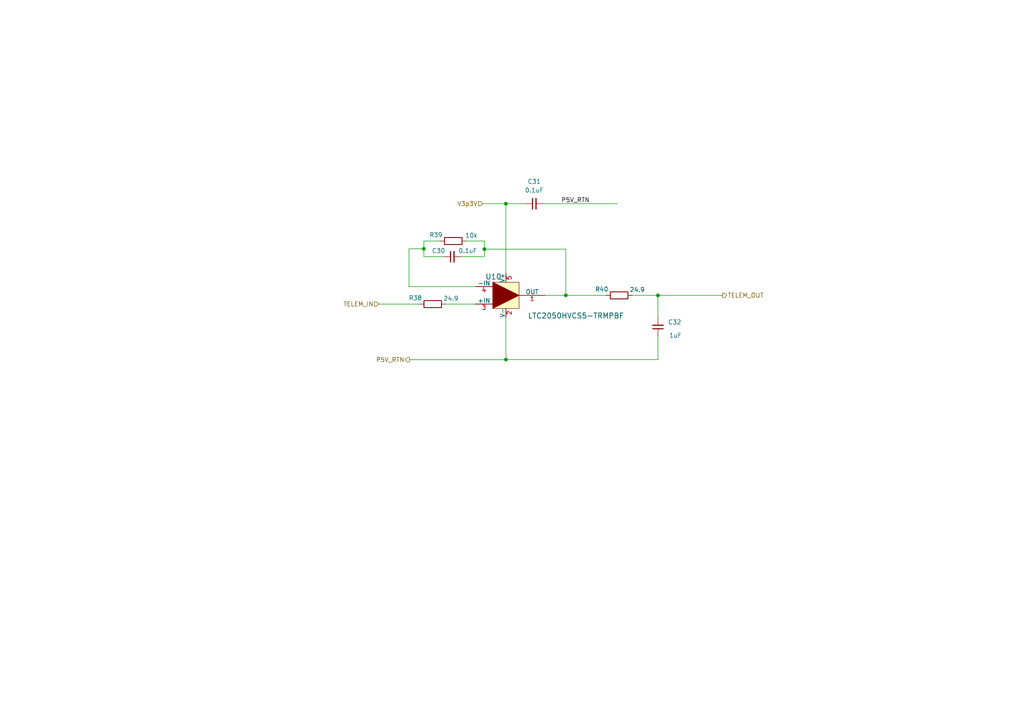
<source format=kicad_sch>
(kicad_sch
	(version 20231120)
	(generator "eeschema")
	(generator_version "8.0")
	(uuid "af3ce025-5053-4b66-8cb1-711e46302212")
	(paper "A4")
	(lib_symbols
		(symbol "Analog_Dev:LTC2050HVCS5-TRMPBF"
			(pin_names
				(offset 0)
			)
			(exclude_from_sim no)
			(in_bom yes)
			(on_board yes)
			(property "Reference" "U"
				(at 7.366 -2.54 0)
				(effects
					(font
						(size 1.524 1.524)
					)
				)
			)
			(property "Value" "LTC2050HVCS5-TRMPBF"
				(at 20.32 -5.334 0)
				(effects
					(font
						(size 1.524 1.524)
					)
				)
			)
			(property "Footprint" "S_5_ADI"
				(at 19.558 -11.176 0)
				(effects
					(font
						(size 1.27 1.27)
						(italic yes)
					)
					(hide yes)
				)
			)
			(property "Datasheet" "LTC2050HVCS5-TRMPBF"
				(at 20.066 -8.382 0)
				(effects
					(font
						(size 1.27 1.27)
						(italic yes)
					)
					(hide yes)
				)
			)
			(property "Description" ""
				(at 0 0 0)
				(effects
					(font
						(size 1.27 1.27)
					)
					(hide yes)
				)
			)
			(property "ki_keywords" "LTC2050HVCS5#TRMPBF"
				(at 0 0 0)
				(effects
					(font
						(size 1.27 1.27)
					)
					(hide yes)
				)
			)
			(property "ki_fp_filters" "S_5_ADI"
				(at 0 0 0)
				(effects
					(font
						(size 1.27 1.27)
					)
					(hide yes)
				)
			)
			(symbol "LTC2050HVCS5-TRMPBF_1_1"
				(polyline
					(pts
						(xy 0 0) (xy 0 7.62) (xy 7.62 3.81) (xy 0 0)
					)
					(stroke
						(width 0)
						(type default)
					)
					(fill
						(type outline)
					)
				)
				(rectangle
					(start 0 7.62)
					(end 7.62 0)
					(stroke
						(width 0)
						(type default)
					)
					(fill
						(type background)
					)
				)
				(pin output line
					(at 15.24 3.81 180)
					(length 7.62)
					(name "OUT"
						(effects
							(font
								(size 1.27 1.27)
							)
						)
					)
					(number "1"
						(effects
							(font
								(size 1.27 1.27)
							)
						)
					)
				)
				(pin power_in line
					(at 3.81 -2.54 90)
					(length 2.54)
					(name "V-"
						(effects
							(font
								(size 1.27 1.27)
							)
						)
					)
					(number "2"
						(effects
							(font
								(size 1.27 1.27)
							)
						)
					)
				)
				(pin input line
					(at -5.08 1.27 0)
					(length 5.08)
					(name "+IN"
						(effects
							(font
								(size 1.27 1.27)
							)
						)
					)
					(number "3"
						(effects
							(font
								(size 1.27 1.27)
							)
						)
					)
				)
				(pin input line
					(at -5.08 6.35 0)
					(length 5.08)
					(name "-IN"
						(effects
							(font
								(size 1.27 1.27)
							)
						)
					)
					(number "4"
						(effects
							(font
								(size 1.27 1.27)
							)
						)
					)
				)
				(pin power_in line
					(at 3.81 10.16 270)
					(length 2.54)
					(name "V+"
						(effects
							(font
								(size 1.27 1.27)
							)
						)
					)
					(number "5"
						(effects
							(font
								(size 1.27 1.27)
							)
						)
					)
				)
			)
		)
		(symbol "Device:C_Small"
			(pin_numbers hide)
			(pin_names
				(offset 0.254) hide)
			(exclude_from_sim no)
			(in_bom yes)
			(on_board yes)
			(property "Reference" "C"
				(at 0.254 1.778 0)
				(effects
					(font
						(size 1.27 1.27)
					)
					(justify left)
				)
			)
			(property "Value" "C_Small"
				(at 0.254 -2.032 0)
				(effects
					(font
						(size 1.27 1.27)
					)
					(justify left)
				)
			)
			(property "Footprint" ""
				(at 0 0 0)
				(effects
					(font
						(size 1.27 1.27)
					)
					(hide yes)
				)
			)
			(property "Datasheet" "~"
				(at 0 0 0)
				(effects
					(font
						(size 1.27 1.27)
					)
					(hide yes)
				)
			)
			(property "Description" "Unpolarized capacitor, small symbol"
				(at 0 0 0)
				(effects
					(font
						(size 1.27 1.27)
					)
					(hide yes)
				)
			)
			(property "ki_keywords" "capacitor cap"
				(at 0 0 0)
				(effects
					(font
						(size 1.27 1.27)
					)
					(hide yes)
				)
			)
			(property "ki_fp_filters" "C_*"
				(at 0 0 0)
				(effects
					(font
						(size 1.27 1.27)
					)
					(hide yes)
				)
			)
			(symbol "C_Small_0_1"
				(polyline
					(pts
						(xy -1.524 -0.508) (xy 1.524 -0.508)
					)
					(stroke
						(width 0.3302)
						(type default)
					)
					(fill
						(type none)
					)
				)
				(polyline
					(pts
						(xy -1.524 0.508) (xy 1.524 0.508)
					)
					(stroke
						(width 0.3048)
						(type default)
					)
					(fill
						(type none)
					)
				)
			)
			(symbol "C_Small_1_1"
				(pin passive line
					(at 0 2.54 270)
					(length 2.032)
					(name "~"
						(effects
							(font
								(size 1.27 1.27)
							)
						)
					)
					(number "1"
						(effects
							(font
								(size 1.27 1.27)
							)
						)
					)
				)
				(pin passive line
					(at 0 -2.54 90)
					(length 2.032)
					(name "~"
						(effects
							(font
								(size 1.27 1.27)
							)
						)
					)
					(number "2"
						(effects
							(font
								(size 1.27 1.27)
							)
						)
					)
				)
			)
		)
		(symbol "Device:R"
			(pin_numbers hide)
			(pin_names
				(offset 0)
			)
			(exclude_from_sim no)
			(in_bom yes)
			(on_board yes)
			(property "Reference" "R"
				(at 2.032 0 90)
				(effects
					(font
						(size 1.27 1.27)
					)
				)
			)
			(property "Value" "R"
				(at 0 0 90)
				(effects
					(font
						(size 1.27 1.27)
					)
				)
			)
			(property "Footprint" ""
				(at -1.778 0 90)
				(effects
					(font
						(size 1.27 1.27)
					)
					(hide yes)
				)
			)
			(property "Datasheet" "~"
				(at 0 0 0)
				(effects
					(font
						(size 1.27 1.27)
					)
					(hide yes)
				)
			)
			(property "Description" "Resistor"
				(at 0 0 0)
				(effects
					(font
						(size 1.27 1.27)
					)
					(hide yes)
				)
			)
			(property "ki_keywords" "R res resistor"
				(at 0 0 0)
				(effects
					(font
						(size 1.27 1.27)
					)
					(hide yes)
				)
			)
			(property "ki_fp_filters" "R_*"
				(at 0 0 0)
				(effects
					(font
						(size 1.27 1.27)
					)
					(hide yes)
				)
			)
			(symbol "R_0_1"
				(rectangle
					(start -1.016 -2.54)
					(end 1.016 2.54)
					(stroke
						(width 0.254)
						(type default)
					)
					(fill
						(type none)
					)
				)
			)
			(symbol "R_1_1"
				(pin passive line
					(at 0 3.81 270)
					(length 1.27)
					(name "~"
						(effects
							(font
								(size 1.27 1.27)
							)
						)
					)
					(number "1"
						(effects
							(font
								(size 1.27 1.27)
							)
						)
					)
				)
				(pin passive line
					(at 0 -3.81 90)
					(length 1.27)
					(name "~"
						(effects
							(font
								(size 1.27 1.27)
							)
						)
					)
					(number "2"
						(effects
							(font
								(size 1.27 1.27)
							)
						)
					)
				)
			)
		)
	)
	(junction
		(at 190.8301 85.6624)
		(diameter 0)
		(color 0 0 0 0)
		(uuid "45538275-f2e1-4f00-9198-cf5907ed209b")
	)
	(junction
		(at 146.7295 104.2891)
		(diameter 0)
		(color 0 0 0 0)
		(uuid "45a7c263-5460-486e-9648-24eb5333085f")
	)
	(junction
		(at 140.4811 72.2587)
		(diameter 0)
		(color 0 0 0 0)
		(uuid "900d17b7-3c38-4267-b43b-e86d4753728e")
	)
	(junction
		(at 146.7295 59.0764)
		(diameter 0)
		(color 0 0 0 0)
		(uuid "9c801795-035b-4ee9-aad7-60fdaa375572")
	)
	(junction
		(at 164.1135 85.6624)
		(diameter 0)
		(color 0 0 0 0)
		(uuid "a9333b6e-7c91-4592-bb3c-71ba04263f7f")
	)
	(junction
		(at 122.9366 72.1629)
		(diameter 0)
		(color 0 0 0 0)
		(uuid "db296b14-c062-44c0-ade2-bb1a1b9d3e41")
	)
	(wire
		(pts
			(xy 118.7826 104.337) (xy 146.7295 104.337)
		)
		(stroke
			(width 0)
			(type default)
		)
		(uuid "13325005-f453-484e-8969-b05f76a9e21b")
	)
	(wire
		(pts
			(xy 140.4811 69.9099) (xy 140.4811 72.2587)
		)
		(stroke
			(width 0)
			(type default)
		)
		(uuid "151ad1a0-faa9-416c-a8fb-4a3ce4a5a77d")
	)
	(wire
		(pts
			(xy 140.4811 72.2587) (xy 164.1135 72.2587)
		)
		(stroke
			(width 0)
			(type default)
		)
		(uuid "1e93641b-2b24-4d15-a1f8-0e5cd5f872f4")
	)
	(wire
		(pts
			(xy 139.9991 59.0764) (xy 146.7295 59.0764)
		)
		(stroke
			(width 0)
			(type default)
		)
		(uuid "2c4dcfca-9867-4409-9c65-88f109b85eac")
	)
	(wire
		(pts
			(xy 122.9366 69.9099) (xy 127.6592 69.9099)
		)
		(stroke
			(width 0)
			(type default)
		)
		(uuid "3c2882c6-a30b-4ccd-af59-da763bf04c50")
	)
	(wire
		(pts
			(xy 146.7295 59.0764) (xy 152.4177 59.0764)
		)
		(stroke
			(width 0)
			(type default)
		)
		(uuid "4b4e153b-3246-446f-8784-96b57b2f2466")
	)
	(wire
		(pts
			(xy 122.9366 72.1629) (xy 118.6224 72.1629)
		)
		(stroke
			(width 0)
			(type default)
		)
		(uuid "544d7d20-fd9f-4b38-9138-aa1a302b641d")
	)
	(wire
		(pts
			(xy 190.8301 104.2891) (xy 146.7295 104.2891)
		)
		(stroke
			(width 0)
			(type default)
		)
		(uuid "54ee3940-f6d0-4760-aded-b133b85ca43a")
	)
	(wire
		(pts
			(xy 122.9366 74.4638) (xy 122.9366 72.1629)
		)
		(stroke
			(width 0)
			(type default)
		)
		(uuid "55160d99-4dd5-41d1-83c0-5ce8b865b343")
	)
	(wire
		(pts
			(xy 118.6224 83.1224) (xy 137.8395 83.1224)
		)
		(stroke
			(width 0)
			(type default)
		)
		(uuid "56f320df-00c8-404d-9444-bd615f09b388")
	)
	(wire
		(pts
			(xy 158.1595 85.6624) (xy 164.1135 85.6624)
		)
		(stroke
			(width 0)
			(type default)
		)
		(uuid "5805040f-58b2-4867-b7a7-03da5624bec1")
	)
	(wire
		(pts
			(xy 190.8301 97.3857) (xy 190.8301 104.2891)
		)
		(stroke
			(width 0)
			(type default)
		)
		(uuid "65c84171-fb73-464b-a928-eb12f6419b0f")
	)
	(wire
		(pts
			(xy 146.7295 59.0764) (xy 146.7295 79.3124)
		)
		(stroke
			(width 0)
			(type default)
		)
		(uuid "6c760920-f92b-4767-a3dc-26b52ae7816a")
	)
	(wire
		(pts
			(xy 118.6224 72.1629) (xy 118.6224 83.1224)
		)
		(stroke
			(width 0)
			(type default)
		)
		(uuid "7077acc4-03fb-4763-aa72-ff8d61dae012")
	)
	(wire
		(pts
			(xy 140.4811 72.2587) (xy 140.4811 74.4638)
		)
		(stroke
			(width 0)
			(type default)
		)
		(uuid "71a5c24d-dc10-4ecf-8e7a-b427940a8c47")
	)
	(wire
		(pts
			(xy 135.2792 69.9099) (xy 140.4811 69.9099)
		)
		(stroke
			(width 0)
			(type default)
		)
		(uuid "79a3b451-2db1-470a-9df6-cd2dd971d336")
	)
	(wire
		(pts
			(xy 157.4977 59.0764) (xy 179.0877 59.0764)
		)
		(stroke
			(width 0)
			(type default)
		)
		(uuid "7bc5f026-fe7a-4527-8bbe-e4e88ccc5597")
	)
	(wire
		(pts
			(xy 140.4811 74.4638) (xy 133.7216 74.4638)
		)
		(stroke
			(width 0)
			(type default)
		)
		(uuid "9fc844a0-2cfa-4716-9444-7da2fee35f03")
	)
	(wire
		(pts
			(xy 164.1135 72.2587) (xy 164.1135 85.6624)
		)
		(stroke
			(width 0)
			(type default)
		)
		(uuid "a4fa94ef-d0ef-4926-9481-0a60bd61a776")
	)
	(wire
		(pts
			(xy 146.7295 104.2891) (xy 146.7295 104.337)
		)
		(stroke
			(width 0)
			(type default)
		)
		(uuid "a62c6430-0ec6-4bc3-9d1b-6b8f61d32ae2")
	)
	(wire
		(pts
			(xy 183.3752 85.6624) (xy 190.8301 85.6624)
		)
		(stroke
			(width 0)
			(type default)
		)
		(uuid "a7d32476-03f6-4399-addb-90d50d375fa1")
	)
	(wire
		(pts
			(xy 137.8395 88.2024) (xy 129.3121 88.2024)
		)
		(stroke
			(width 0)
			(type default)
		)
		(uuid "af6fa422-266f-4d13-89df-c1c4799ff474")
	)
	(wire
		(pts
			(xy 121.6921 88.2024) (xy 109.8262 88.2024)
		)
		(stroke
			(width 0)
			(type default)
		)
		(uuid "c17fb198-9f22-4a19-a5ed-e34eae295d4f")
	)
	(wire
		(pts
			(xy 146.7295 92.0124) (xy 146.7295 104.2891)
		)
		(stroke
			(width 0)
			(type default)
		)
		(uuid "c6a4ed7c-7d9a-44ab-881b-3949a4593392")
	)
	(wire
		(pts
			(xy 122.9366 72.1629) (xy 122.9366 69.9099)
		)
		(stroke
			(width 0)
			(type default)
		)
		(uuid "d96bc755-b5c0-4903-85c5-fbe54a2208ae")
	)
	(wire
		(pts
			(xy 128.6416 74.4638) (xy 122.9366 74.4638)
		)
		(stroke
			(width 0)
			(type default)
		)
		(uuid "daf42f15-8919-499a-8d4d-36ffec3acd2d")
	)
	(wire
		(pts
			(xy 190.8301 85.6624) (xy 190.8301 92.3057)
		)
		(stroke
			(width 0)
			(type default)
		)
		(uuid "ec6b5fe3-6358-4b73-bc10-36aa13ded768")
	)
	(wire
		(pts
			(xy 190.8301 85.6624) (xy 209.545 85.6624)
		)
		(stroke
			(width 0)
			(type default)
		)
		(uuid "f3939bbd-2a31-4a03-836e-7fe824dadb6e")
	)
	(wire
		(pts
			(xy 164.1135 85.6624) (xy 175.7552 85.6624)
		)
		(stroke
			(width 0)
			(type default)
		)
		(uuid "f704f0ec-71c5-412f-8f3e-d9f646eceea5")
	)
	(label "P5V_RTN"
		(at 162.7592 59.0764 0)
		(fields_autoplaced yes)
		(effects
			(font
				(size 1.27 1.27)
			)
			(justify left bottom)
		)
		(uuid "4e5eb756-1f74-41cb-af19-dfd29e5dded5")
	)
	(hierarchical_label "V3p3V"
		(shape input)
		(at 139.9991 59.0764 180)
		(fields_autoplaced yes)
		(effects
			(font
				(size 1.27 1.27)
			)
			(justify right)
		)
		(uuid "4773e838-822b-4ceb-a8da-198c8e30e895")
	)
	(hierarchical_label "P5V_RTN"
		(shape output)
		(at 118.7826 104.337 180)
		(fields_autoplaced yes)
		(effects
			(font
				(size 1.27 1.27)
			)
			(justify right)
		)
		(uuid "87918ca0-2db3-4442-bf3b-facda6561a6b")
	)
	(hierarchical_label "TELEM_OUT"
		(shape output)
		(at 209.545 85.6624 0)
		(fields_autoplaced yes)
		(effects
			(font
				(size 1.27 1.27)
			)
			(justify left)
		)
		(uuid "ad69a10a-2f1c-47ea-9741-c9ff228ecfb7")
	)
	(hierarchical_label "TELEM_IN"
		(shape input)
		(at 109.8262 88.2024 180)
		(fields_autoplaced yes)
		(effects
			(font
				(size 1.27 1.27)
			)
			(justify right)
		)
		(uuid "be455b31-43c0-45fa-9a59-e129d30b3ce3")
	)
	(symbol
		(lib_id "Device:R")
		(at 131.4692 69.9099 90)
		(unit 1)
		(exclude_from_sim no)
		(in_bom yes)
		(on_board yes)
		(dnp no)
		(uuid "10f22f14-2df0-4f92-8f37-9c68c6054039")
		(property "Reference" "R39"
			(at 126.4359 68.1363 90)
			(effects
				(font
					(size 1.27 1.27)
				)
			)
		)
		(property "Value" "10k"
			(at 136.7421 68.2801 90)
			(effects
				(font
					(size 1.27 1.27)
				)
			)
		)
		(property "Footprint" "Resistor_SMD:R_0402_1005Metric"
			(at 131.4692 71.6879 90)
			(effects
				(font
					(size 1.27 1.27)
				)
				(hide yes)
			)
		)
		(property "Datasheet" "~"
			(at 131.4692 69.9099 0)
			(effects
				(font
					(size 1.27 1.27)
				)
				(hide yes)
			)
		)
		(property "Description" "Resistor"
			(at 131.4692 69.9099 0)
			(effects
				(font
					(size 1.27 1.27)
				)
				(hide yes)
			)
		)
		(pin "2"
			(uuid "503d0efe-35e1-49f4-bdf9-1a2c5340aac7")
		)
		(pin "1"
			(uuid "4a7dba9e-164f-4bc3-b626-ace3bbb74376")
		)
		(instances
			(project "GRAMS-GSE-BRD"
				(path "/f176d46b-2907-4a4e-9db6-569e921fbfa7/86f7b5c2-12d9-4226-adbf-874ac6c2ed41/11806e6d-fbf0-41d3-8fb0-99385734b044"
					(reference "R39")
					(unit 1)
				)
				(path "/f176d46b-2907-4a4e-9db6-569e921fbfa7/86f7b5c2-12d9-4226-adbf-874ac6c2ed41/45b7e4d3-45f7-498a-b095-275196d89f53"
					(reference "R48")
					(unit 1)
				)
				(path "/f176d46b-2907-4a4e-9db6-569e921fbfa7/86f7b5c2-12d9-4226-adbf-874ac6c2ed41/7db804e9-7f59-46a7-bbaf-35d83e335a54"
					(reference "R36")
					(unit 1)
				)
				(path "/f176d46b-2907-4a4e-9db6-569e921fbfa7/86f7b5c2-12d9-4226-adbf-874ac6c2ed41/bf14a06c-81ba-4ea3-b83b-da0b370b8bfe"
					(reference "R45")
					(unit 1)
				)
				(path "/f176d46b-2907-4a4e-9db6-569e921fbfa7/86f7b5c2-12d9-4226-adbf-874ac6c2ed41/dbb9d3df-3802-4ea0-a47c-f90213dbaad2"
					(reference "R42")
					(unit 1)
				)
			)
		)
	)
	(symbol
		(lib_id "Device:C_Small")
		(at 154.9577 59.0764 90)
		(unit 1)
		(exclude_from_sim no)
		(in_bom yes)
		(on_board yes)
		(dnp no)
		(fields_autoplaced yes)
		(uuid "219fd515-66f6-4ad0-a24f-568e5ffa1507")
		(property "Reference" "C31"
			(at 154.964 52.6475 90)
			(effects
				(font
					(size 1.27 1.27)
				)
			)
		)
		(property "Value" "0.1uF"
			(at 154.964 55.1875 90)
			(effects
				(font
					(size 1.27 1.27)
				)
			)
		)
		(property "Footprint" "Capacitor_SMD:C_0603_1608Metric"
			(at 154.9577 59.0764 0)
			(effects
				(font
					(size 1.27 1.27)
				)
				(hide yes)
			)
		)
		(property "Datasheet" "~"
			(at 154.9577 59.0764 0)
			(effects
				(font
					(size 1.27 1.27)
				)
				(hide yes)
			)
		)
		(property "Description" "Unpolarized capacitor, small symbol"
			(at 154.9577 59.0764 0)
			(effects
				(font
					(size 1.27 1.27)
				)
				(hide yes)
			)
		)
		(pin "2"
			(uuid "3d05636f-0939-4121-bf6f-478dabc079b6")
		)
		(pin "1"
			(uuid "ff7d34c2-e669-401b-b421-40f4a0e83315")
		)
		(instances
			(project "GRAMS-GSE-BRD"
				(path "/f176d46b-2907-4a4e-9db6-569e921fbfa7/86f7b5c2-12d9-4226-adbf-874ac6c2ed41/11806e6d-fbf0-41d3-8fb0-99385734b044"
					(reference "C31")
					(unit 1)
				)
				(path "/f176d46b-2907-4a4e-9db6-569e921fbfa7/86f7b5c2-12d9-4226-adbf-874ac6c2ed41/45b7e4d3-45f7-498a-b095-275196d89f53"
					(reference "C40")
					(unit 1)
				)
				(path "/f176d46b-2907-4a4e-9db6-569e921fbfa7/86f7b5c2-12d9-4226-adbf-874ac6c2ed41/7db804e9-7f59-46a7-bbaf-35d83e335a54"
					(reference "C28")
					(unit 1)
				)
				(path "/f176d46b-2907-4a4e-9db6-569e921fbfa7/86f7b5c2-12d9-4226-adbf-874ac6c2ed41/bf14a06c-81ba-4ea3-b83b-da0b370b8bfe"
					(reference "C37")
					(unit 1)
				)
				(path "/f176d46b-2907-4a4e-9db6-569e921fbfa7/86f7b5c2-12d9-4226-adbf-874ac6c2ed41/dbb9d3df-3802-4ea0-a47c-f90213dbaad2"
					(reference "C34")
					(unit 1)
				)
			)
		)
	)
	(symbol
		(lib_id "Device:R")
		(at 179.5652 85.6624 90)
		(unit 1)
		(exclude_from_sim no)
		(in_bom yes)
		(on_board yes)
		(dnp no)
		(uuid "686abfb7-6bf6-4ef2-8e59-da0052954d66")
		(property "Reference" "R40"
			(at 174.5319 83.8888 90)
			(effects
				(font
					(size 1.27 1.27)
				)
			)
		)
		(property "Value" "24.9"
			(at 184.8381 84.0326 90)
			(effects
				(font
					(size 1.27 1.27)
				)
			)
		)
		(property "Footprint" "Resistor_SMD:R_0603_1608Metric"
			(at 179.5652 87.4404 90)
			(effects
				(font
					(size 1.27 1.27)
				)
				(hide yes)
			)
		)
		(property "Datasheet" "~"
			(at 179.5652 85.6624 0)
			(effects
				(font
					(size 1.27 1.27)
				)
				(hide yes)
			)
		)
		(property "Description" "Resistor"
			(at 179.5652 85.6624 0)
			(effects
				(font
					(size 1.27 1.27)
				)
				(hide yes)
			)
		)
		(pin "2"
			(uuid "9b0fd2f6-39d3-4579-9067-9ff33991f9ec")
		)
		(pin "1"
			(uuid "069d0244-e83c-4ea6-a2ed-b89cd71fea64")
		)
		(instances
			(project "GRAMS-GSE-BRD"
				(path "/f176d46b-2907-4a4e-9db6-569e921fbfa7/86f7b5c2-12d9-4226-adbf-874ac6c2ed41/11806e6d-fbf0-41d3-8fb0-99385734b044"
					(reference "R40")
					(unit 1)
				)
				(path "/f176d46b-2907-4a4e-9db6-569e921fbfa7/86f7b5c2-12d9-4226-adbf-874ac6c2ed41/45b7e4d3-45f7-498a-b095-275196d89f53"
					(reference "R49")
					(unit 1)
				)
				(path "/f176d46b-2907-4a4e-9db6-569e921fbfa7/86f7b5c2-12d9-4226-adbf-874ac6c2ed41/7db804e9-7f59-46a7-bbaf-35d83e335a54"
					(reference "R37")
					(unit 1)
				)
				(path "/f176d46b-2907-4a4e-9db6-569e921fbfa7/86f7b5c2-12d9-4226-adbf-874ac6c2ed41/bf14a06c-81ba-4ea3-b83b-da0b370b8bfe"
					(reference "R46")
					(unit 1)
				)
				(path "/f176d46b-2907-4a4e-9db6-569e921fbfa7/86f7b5c2-12d9-4226-adbf-874ac6c2ed41/dbb9d3df-3802-4ea0-a47c-f90213dbaad2"
					(reference "R43")
					(unit 1)
				)
			)
		)
	)
	(symbol
		(lib_id "Device:C_Small")
		(at 190.8301 94.8457 180)
		(unit 1)
		(exclude_from_sim no)
		(in_bom yes)
		(on_board yes)
		(dnp no)
		(uuid "9470b7e5-1bcd-4d2f-9dd2-657b8e75532a")
		(property "Reference" "C32"
			(at 195.6836 93.4316 0)
			(effects
				(font
					(size 1.27 1.27)
				)
			)
		)
		(property "Value" "1uF"
			(at 195.9073 97.2984 0)
			(effects
				(font
					(size 1.27 1.27)
				)
			)
		)
		(property "Footprint" "Capacitor_SMD:C_0603_1608Metric"
			(at 190.8301 94.8457 0)
			(effects
				(font
					(size 1.27 1.27)
				)
				(hide yes)
			)
		)
		(property "Datasheet" "~"
			(at 190.8301 94.8457 0)
			(effects
				(font
					(size 1.27 1.27)
				)
				(hide yes)
			)
		)
		(property "Description" "Unpolarized capacitor, small symbol"
			(at 190.8301 94.8457 0)
			(effects
				(font
					(size 1.27 1.27)
				)
				(hide yes)
			)
		)
		(pin "2"
			(uuid "77d9f982-506a-40cf-8fb8-8c17c821b41b")
		)
		(pin "1"
			(uuid "2b43d7ce-6454-466e-9344-57f42d418199")
		)
		(instances
			(project "GRAMS-GSE-BRD"
				(path "/f176d46b-2907-4a4e-9db6-569e921fbfa7/86f7b5c2-12d9-4226-adbf-874ac6c2ed41/11806e6d-fbf0-41d3-8fb0-99385734b044"
					(reference "C32")
					(unit 1)
				)
				(path "/f176d46b-2907-4a4e-9db6-569e921fbfa7/86f7b5c2-12d9-4226-adbf-874ac6c2ed41/45b7e4d3-45f7-498a-b095-275196d89f53"
					(reference "C41")
					(unit 1)
				)
				(path "/f176d46b-2907-4a4e-9db6-569e921fbfa7/86f7b5c2-12d9-4226-adbf-874ac6c2ed41/7db804e9-7f59-46a7-bbaf-35d83e335a54"
					(reference "C29")
					(unit 1)
				)
				(path "/f176d46b-2907-4a4e-9db6-569e921fbfa7/86f7b5c2-12d9-4226-adbf-874ac6c2ed41/bf14a06c-81ba-4ea3-b83b-da0b370b8bfe"
					(reference "C38")
					(unit 1)
				)
				(path "/f176d46b-2907-4a4e-9db6-569e921fbfa7/86f7b5c2-12d9-4226-adbf-874ac6c2ed41/dbb9d3df-3802-4ea0-a47c-f90213dbaad2"
					(reference "C35")
					(unit 1)
				)
			)
		)
	)
	(symbol
		(lib_id "Device:R")
		(at 125.5021 88.2024 90)
		(unit 1)
		(exclude_from_sim no)
		(in_bom yes)
		(on_board yes)
		(dnp no)
		(uuid "954a6fe2-e555-49e0-af28-f2cd202bba06")
		(property "Reference" "R38"
			(at 120.4688 86.4288 90)
			(effects
				(font
					(size 1.27 1.27)
				)
			)
		)
		(property "Value" "24.9"
			(at 130.775 86.5726 90)
			(effects
				(font
					(size 1.27 1.27)
				)
			)
		)
		(property "Footprint" "Resistor_SMD:R_0603_1608Metric"
			(at 125.5021 89.9804 90)
			(effects
				(font
					(size 1.27 1.27)
				)
				(hide yes)
			)
		)
		(property "Datasheet" "~"
			(at 125.5021 88.2024 0)
			(effects
				(font
					(size 1.27 1.27)
				)
				(hide yes)
			)
		)
		(property "Description" "Resistor"
			(at 125.5021 88.2024 0)
			(effects
				(font
					(size 1.27 1.27)
				)
				(hide yes)
			)
		)
		(pin "2"
			(uuid "5d08da42-a75e-4b39-b488-4a4ea80d8002")
		)
		(pin "1"
			(uuid "bdaf5e69-2540-443c-9bc3-5877f9749849")
		)
		(instances
			(project "GRAMS-GSE-BRD"
				(path "/f176d46b-2907-4a4e-9db6-569e921fbfa7/86f7b5c2-12d9-4226-adbf-874ac6c2ed41/11806e6d-fbf0-41d3-8fb0-99385734b044"
					(reference "R38")
					(unit 1)
				)
				(path "/f176d46b-2907-4a4e-9db6-569e921fbfa7/86f7b5c2-12d9-4226-adbf-874ac6c2ed41/45b7e4d3-45f7-498a-b095-275196d89f53"
					(reference "R47")
					(unit 1)
				)
				(path "/f176d46b-2907-4a4e-9db6-569e921fbfa7/86f7b5c2-12d9-4226-adbf-874ac6c2ed41/7db804e9-7f59-46a7-bbaf-35d83e335a54"
					(reference "R35")
					(unit 1)
				)
				(path "/f176d46b-2907-4a4e-9db6-569e921fbfa7/86f7b5c2-12d9-4226-adbf-874ac6c2ed41/bf14a06c-81ba-4ea3-b83b-da0b370b8bfe"
					(reference "R44")
					(unit 1)
				)
				(path "/f176d46b-2907-4a4e-9db6-569e921fbfa7/86f7b5c2-12d9-4226-adbf-874ac6c2ed41/dbb9d3df-3802-4ea0-a47c-f90213dbaad2"
					(reference "R41")
					(unit 1)
				)
			)
		)
	)
	(symbol
		(lib_id "Analog_Dev:LTC2050HVCS5-TRMPBF")
		(at 142.9195 89.4724 0)
		(unit 1)
		(exclude_from_sim no)
		(in_bom yes)
		(on_board yes)
		(dnp no)
		(uuid "f40efb46-3cff-4abc-9e4e-576ddd2c7eb0")
		(property "Reference" "U10"
			(at 143.1176 80.264 0)
			(effects
				(font
					(size 1.524 1.524)
				)
			)
		)
		(property "Value" "LTC2050HVCS5-TRMPBF"
			(at 167.0376 91.5769 0)
			(effects
				(font
					(size 1.524 1.524)
				)
			)
		)
		(property "Footprint" "S_5_ADI"
			(at 162.4775 100.6484 0)
			(effects
				(font
					(size 1.27 1.27)
					(italic yes)
				)
				(hide yes)
			)
		)
		(property "Datasheet" "LTC2050HVCS5-TRMPBF"
			(at 162.9855 97.8544 0)
			(effects
				(font
					(size 1.27 1.27)
					(italic yes)
				)
				(hide yes)
			)
		)
		(property "Description" ""
			(at 142.9195 89.4724 0)
			(effects
				(font
					(size 1.27 1.27)
				)
				(hide yes)
			)
		)
		(pin "1"
			(uuid "deccd841-19b0-4258-b713-59b2393f0ca2")
		)
		(pin "3"
			(uuid "e64ec319-0d05-4612-946a-7795a465ea21")
		)
		(pin "2"
			(uuid "85113d32-0dcc-43d3-9bfe-6e1eadf03c8f")
		)
		(pin "4"
			(uuid "1bc51950-dc46-4810-8f69-96ae1eebc22d")
		)
		(pin "5"
			(uuid "32afa6f4-dc66-47eb-b2cb-a293913d429d")
		)
		(instances
			(project "GRAMS-GSE-BRD"
				(path "/f176d46b-2907-4a4e-9db6-569e921fbfa7/86f7b5c2-12d9-4226-adbf-874ac6c2ed41/11806e6d-fbf0-41d3-8fb0-99385734b044"
					(reference "U10")
					(unit 1)
				)
				(path "/f176d46b-2907-4a4e-9db6-569e921fbfa7/86f7b5c2-12d9-4226-adbf-874ac6c2ed41/45b7e4d3-45f7-498a-b095-275196d89f53"
					(reference "U13")
					(unit 1)
				)
				(path "/f176d46b-2907-4a4e-9db6-569e921fbfa7/86f7b5c2-12d9-4226-adbf-874ac6c2ed41/7db804e9-7f59-46a7-bbaf-35d83e335a54"
					(reference "U9")
					(unit 1)
				)
				(path "/f176d46b-2907-4a4e-9db6-569e921fbfa7/86f7b5c2-12d9-4226-adbf-874ac6c2ed41/bf14a06c-81ba-4ea3-b83b-da0b370b8bfe"
					(reference "U12")
					(unit 1)
				)
				(path "/f176d46b-2907-4a4e-9db6-569e921fbfa7/86f7b5c2-12d9-4226-adbf-874ac6c2ed41/dbb9d3df-3802-4ea0-a47c-f90213dbaad2"
					(reference "U11")
					(unit 1)
				)
			)
		)
	)
	(symbol
		(lib_id "Device:C_Small")
		(at 131.1816 74.4638 90)
		(unit 1)
		(exclude_from_sim no)
		(in_bom yes)
		(on_board yes)
		(dnp no)
		(uuid "fd33be14-9585-442d-abe2-e23cc85d8cd5")
		(property "Reference" "C30"
			(at 127.2029 72.7381 90)
			(effects
				(font
					(size 1.27 1.27)
				)
			)
		)
		(property "Value" "0.1uF"
			(at 135.6875 72.7381 90)
			(effects
				(font
					(size 1.27 1.27)
				)
			)
		)
		(property "Footprint" "Capacitor_SMD:C_0402_1005Metric"
			(at 131.1816 74.4638 0)
			(effects
				(font
					(size 1.27 1.27)
				)
				(hide yes)
			)
		)
		(property "Datasheet" "~"
			(at 131.1816 74.4638 0)
			(effects
				(font
					(size 1.27 1.27)
				)
				(hide yes)
			)
		)
		(property "Description" "Unpolarized capacitor, small symbol"
			(at 131.1816 74.4638 0)
			(effects
				(font
					(size 1.27 1.27)
				)
				(hide yes)
			)
		)
		(pin "2"
			(uuid "837c15f4-4ca0-4c40-a09b-233754ca6728")
		)
		(pin "1"
			(uuid "1ff14988-14a8-4eef-90b1-907c9dfa9495")
		)
		(instances
			(project "GRAMS-GSE-BRD"
				(path "/f176d46b-2907-4a4e-9db6-569e921fbfa7/86f7b5c2-12d9-4226-adbf-874ac6c2ed41/11806e6d-fbf0-41d3-8fb0-99385734b044"
					(reference "C30")
					(unit 1)
				)
				(path "/f176d46b-2907-4a4e-9db6-569e921fbfa7/86f7b5c2-12d9-4226-adbf-874ac6c2ed41/45b7e4d3-45f7-498a-b095-275196d89f53"
					(reference "C39")
					(unit 1)
				)
				(path "/f176d46b-2907-4a4e-9db6-569e921fbfa7/86f7b5c2-12d9-4226-adbf-874ac6c2ed41/7db804e9-7f59-46a7-bbaf-35d83e335a54"
					(reference "C27")
					(unit 1)
				)
				(path "/f176d46b-2907-4a4e-9db6-569e921fbfa7/86f7b5c2-12d9-4226-adbf-874ac6c2ed41/bf14a06c-81ba-4ea3-b83b-da0b370b8bfe"
					(reference "C36")
					(unit 1)
				)
				(path "/f176d46b-2907-4a4e-9db6-569e921fbfa7/86f7b5c2-12d9-4226-adbf-874ac6c2ed41/dbb9d3df-3802-4ea0-a47c-f90213dbaad2"
					(reference "C33")
					(unit 1)
				)
			)
		)
	)
)

</source>
